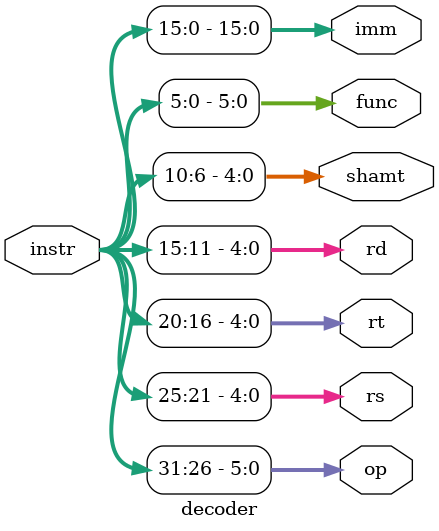
<source format=v>
`timescale 1ns / 1ps
module decoder(
    input [31:0] instr,
    output [5:0] op,
    output [4:0] rs,
    output [4:0] rt,
    output [4:0] rd,
    output [4:0] shamt,
    output [5:0] func,
    output [15:0] imm
    );
	 assign op = instr[31:26];
	 assign rs = instr[25:21];
	 assign rt = instr[20:16];
	 assign rd = instr[15:11];
	 assign shamt = instr[10:6];
	 assign func = instr[5:0];
	 assign imm = instr[15:0];


endmodule

</source>
